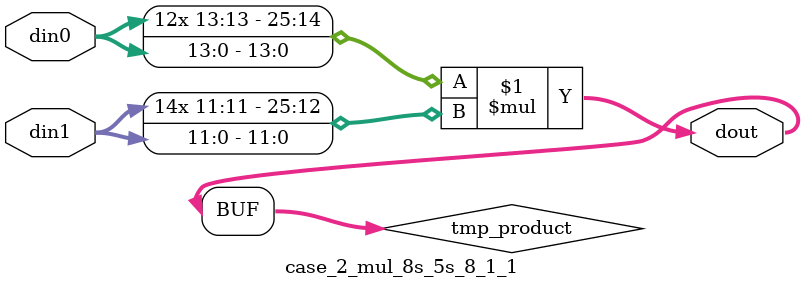
<source format=v>

`timescale 1 ns / 1 ps

 module case_2_mul_8s_5s_8_1_1(din0, din1, dout);
parameter ID = 1;
parameter NUM_STAGE = 0;
parameter din0_WIDTH = 14;
parameter din1_WIDTH = 12;
parameter dout_WIDTH = 26;

input [din0_WIDTH - 1 : 0] din0; 
input [din1_WIDTH - 1 : 0] din1; 
output [dout_WIDTH - 1 : 0] dout;

wire signed [dout_WIDTH - 1 : 0] tmp_product;



























assign tmp_product = $signed(din0) * $signed(din1);








assign dout = tmp_product;





















endmodule

</source>
